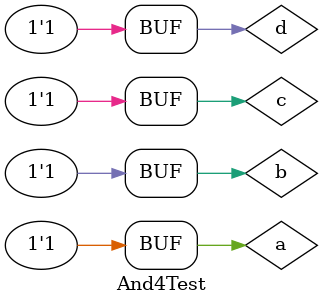
<source format=v>
`timescale 1ns / 1ps


module And4Test(
);

reg a,b,c,d;

wire dout;

And4 T(
.dina(a),
.dinb(b),
.dinc(c),
.dind(d),
.dout(dout)
);


initial
         begin
         
         a = 1'b0;
         b = 1'b0;
         c = 1'b0;
         d = 1'b0;
         
         #5
         a = 1'b0;
         b = 1'b1;
         c = 1'b1;
         d = 1'b1;
         
         #5 
         a = 1'b1;
         b = 1'b0;
         c = 1'b0;
         d = 1'b1;
         
         #5
         a = 1'b1;
         b = 1'b1;
         c = 1'b1;
         d = 1'b1;
 end
                 
endmodule

</source>
